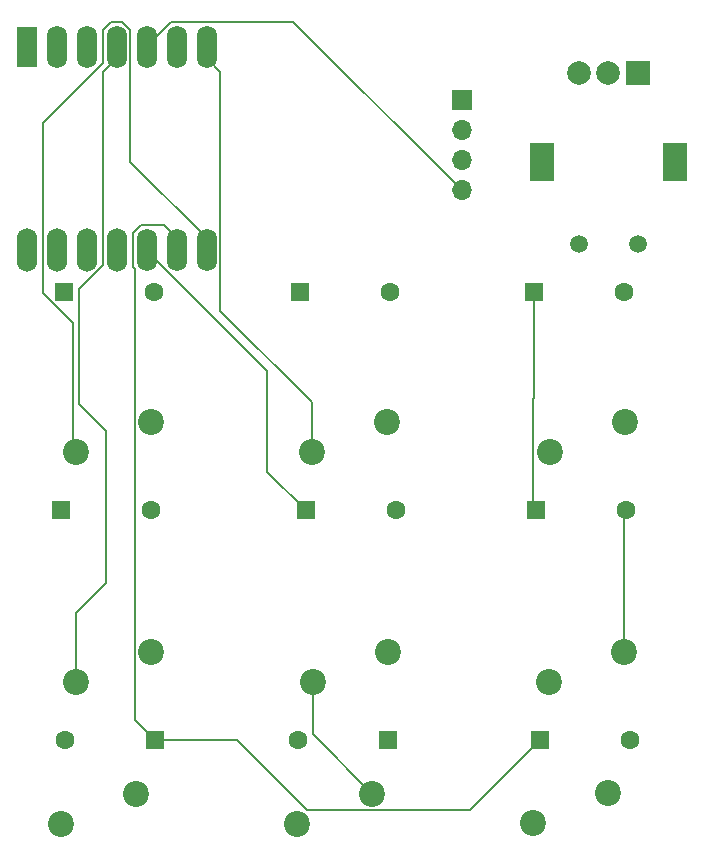
<source format=gbr>
%TF.GenerationSoftware,KiCad,Pcbnew,9.0.7*%
%TF.CreationDate,2026-02-17T23:39:54+08:00*%
%TF.ProjectId,MacroPad,4d616372-6f50-4616-942e-6b696361645f,rev?*%
%TF.SameCoordinates,Original*%
%TF.FileFunction,Copper,L2,Bot*%
%TF.FilePolarity,Positive*%
%FSLAX46Y46*%
G04 Gerber Fmt 4.6, Leading zero omitted, Abs format (unit mm)*
G04 Created by KiCad (PCBNEW 9.0.7) date 2026-02-17 23:39:54*
%MOMM*%
%LPD*%
G01*
G04 APERTURE LIST*
G04 Aperture macros list*
%AMRoundRect*
0 Rectangle with rounded corners*
0 $1 Rounding radius*
0 $2 $3 $4 $5 $6 $7 $8 $9 X,Y pos of 4 corners*
0 Add a 4 corners polygon primitive as box body*
4,1,4,$2,$3,$4,$5,$6,$7,$8,$9,$2,$3,0*
0 Add four circle primitives for the rounded corners*
1,1,$1+$1,$2,$3*
1,1,$1+$1,$4,$5*
1,1,$1+$1,$6,$7*
1,1,$1+$1,$8,$9*
0 Add four rect primitives between the rounded corners*
20,1,$1+$1,$2,$3,$4,$5,0*
20,1,$1+$1,$4,$5,$6,$7,0*
20,1,$1+$1,$6,$7,$8,$9,0*
20,1,$1+$1,$8,$9,$2,$3,0*%
G04 Aperture macros list end*
%TA.AperFunction,ComponentPad*%
%ADD10C,2.200000*%
%TD*%
%TA.AperFunction,ComponentPad*%
%ADD11C,1.500000*%
%TD*%
%TA.AperFunction,ComponentPad*%
%ADD12R,2.000000X2.000000*%
%TD*%
%TA.AperFunction,ComponentPad*%
%ADD13C,2.000000*%
%TD*%
%TA.AperFunction,ComponentPad*%
%ADD14R,2.000000X3.200000*%
%TD*%
%TA.AperFunction,ComponentPad*%
%ADD15R,1.700000X1.700000*%
%TD*%
%TA.AperFunction,ComponentPad*%
%ADD16O,1.700000X1.700000*%
%TD*%
%TA.AperFunction,ComponentPad*%
%ADD17RoundRect,0.250000X-0.550000X-0.550000X0.550000X-0.550000X0.550000X0.550000X-0.550000X0.550000X0*%
%TD*%
%TA.AperFunction,ComponentPad*%
%ADD18C,1.600000*%
%TD*%
%TA.AperFunction,ComponentPad*%
%ADD19RoundRect,0.250000X0.550000X0.550000X-0.550000X0.550000X-0.550000X-0.550000X0.550000X-0.550000X0*%
%TD*%
%TA.AperFunction,ComponentPad*%
%ADD20R,1.700000X3.500000*%
%TD*%
%TA.AperFunction,ComponentPad*%
%ADD21O,1.700000X3.600000*%
%TD*%
%TA.AperFunction,ComponentPad*%
%ADD22O,1.700000X3.700000*%
%TD*%
%TA.AperFunction,Conductor*%
%ADD23C,0.200000*%
%TD*%
G04 APERTURE END LIST*
D10*
%TO.P,SW6,1,1*%
%TO.N,Net-(U1-PB08_A6_D6_TX)*%
X111880000Y-80580000D03*
%TO.P,SW6,2,2*%
%TO.N,Net-(D6-A)*%
X118230000Y-78040000D03*
%TD*%
D11*
%TO.P,SW9,*%
%TO.N,*%
X139500000Y-63000000D03*
X134500000Y-63000000D03*
D12*
%TO.P,SW9,A,A*%
%TO.N,Net-(U1-PA4_A1_D1)*%
X139500000Y-48500000D03*
D13*
%TO.P,SW9,B,B*%
%TO.N,Net-(U1-PA02_A0_D0)*%
X134500000Y-48500000D03*
%TO.P,SW9,C,C*%
%TO.N,GND*%
X137000000Y-48500000D03*
D14*
%TO.P,SW9,MP*%
%TO.N,N/C*%
X142600000Y-56000000D03*
X131400000Y-56000000D03*
%TD*%
D10*
%TO.P,SW3,1,1*%
%TO.N,Net-(U1-PB09_A7_D7_RX)*%
X111960000Y-100080000D03*
%TO.P,SW3,2,2*%
%TO.N,Net-(D3-A)*%
X118310000Y-97540000D03*
%TD*%
%TO.P,SW1,1,1*%
%TO.N,Net-(U1-PA11_A3_D3)*%
X131960000Y-100080000D03*
%TO.P,SW1,2,2*%
%TO.N,Net-(D1-A)*%
X138310000Y-97540000D03*
%TD*%
%TO.P,SW7,1,1*%
%TO.N,Net-(U1-PB09_A7_D7_RX)*%
X91960000Y-80580000D03*
%TO.P,SW7,2,2*%
%TO.N,Net-(D7-A)*%
X98310000Y-78040000D03*
%TD*%
%TO.P,SW2,1,1*%
%TO.N,Net-(U1-PB08_A6_D6_TX)*%
X132040000Y-80580000D03*
%TO.P,SW2,2,2*%
%TO.N,Net-(D2-A)*%
X138390000Y-78040000D03*
%TD*%
%TO.P,SW10,1,1*%
%TO.N,Net-(U1-PA11_A3_D3)*%
X97000000Y-109500000D03*
%TO.P,SW10,2,2*%
%TO.N,Net-(D9-A)*%
X90650000Y-112040000D03*
%TD*%
%TO.P,SW8,1,1*%
%TO.N,Net-(U1-PB09_A7_D7_RX)*%
X117000000Y-109500000D03*
%TO.P,SW8,2,2*%
%TO.N,Net-(D8-A)*%
X110650000Y-112040000D03*
%TD*%
%TO.P,SW4,1,1*%
%TO.N,Net-(U1-PB08_A6_D6_TX)*%
X136960000Y-109420000D03*
%TO.P,SW4,2,2*%
%TO.N,Net-(D4-A)*%
X130610000Y-111960000D03*
%TD*%
D15*
%TO.P,Brd1,1,GND*%
%TO.N,GND*%
X124615000Y-50805000D03*
D16*
%TO.P,Brd1,2,VCC*%
%TO.N,VCC*%
X124615000Y-53345000D03*
%TO.P,Brd1,3,SCL*%
%TO.N,Net-(Brd1-SCL)*%
X124615000Y-55885000D03*
%TO.P,Brd1,4,SDA*%
%TO.N,Net-(Brd1-SDA)*%
X124615000Y-58425000D03*
%TD*%
D10*
%TO.P,SW5,1,1*%
%TO.N,Net-(U1-PA11_A3_D3)*%
X91960000Y-100080000D03*
%TO.P,SW5,2,2*%
%TO.N,Net-(D5-A)*%
X98310000Y-97540000D03*
%TD*%
D17*
%TO.P,D7,1,K*%
%TO.N,Net-(D5-K)*%
X110880000Y-67000000D03*
D18*
%TO.P,D7,2,A*%
%TO.N,Net-(D7-A)*%
X118500000Y-67000000D03*
%TD*%
D17*
%TO.P,D3,1,K*%
%TO.N,Net-(D1-K)*%
X111380000Y-85500000D03*
D18*
%TO.P,D3,2,A*%
%TO.N,Net-(D3-A)*%
X119000000Y-85500000D03*
%TD*%
D19*
%TO.P,D8,1,K*%
%TO.N,Net-(D4-K)*%
X118310000Y-105000000D03*
D18*
%TO.P,D8,2,A*%
%TO.N,Net-(D8-A)*%
X110690000Y-105000000D03*
%TD*%
D19*
%TO.P,D9,1,K*%
%TO.N,Net-(D4-K)*%
X98620000Y-105000000D03*
D18*
%TO.P,D9,2,A*%
%TO.N,Net-(D9-A)*%
X91000000Y-105000000D03*
%TD*%
D17*
%TO.P,D5,1,K*%
%TO.N,Net-(D5-K)*%
X90690000Y-85500000D03*
D18*
%TO.P,D5,2,A*%
%TO.N,Net-(D5-A)*%
X98310000Y-85500000D03*
%TD*%
D17*
%TO.P,D4,1,K*%
%TO.N,Net-(D4-K)*%
X131190000Y-105000000D03*
D18*
%TO.P,D4,2,A*%
%TO.N,Net-(D4-A)*%
X138810000Y-105000000D03*
%TD*%
D17*
%TO.P,D1,1,K*%
%TO.N,Net-(D1-K)*%
X130880000Y-85500000D03*
D18*
%TO.P,D1,2,A*%
%TO.N,Net-(D1-A)*%
X138500000Y-85500000D03*
%TD*%
D17*
%TO.P,D2,1,K*%
%TO.N,Net-(D1-K)*%
X130690000Y-67000000D03*
D18*
%TO.P,D2,2,A*%
%TO.N,Net-(D2-A)*%
X138310000Y-67000000D03*
%TD*%
D20*
%TO.P,U1,1,PA02_A0_D0*%
%TO.N,Net-(U1-PA02_A0_D0)*%
X87760000Y-46250000D03*
D21*
%TO.P,U1,2,PA4_A1_D1*%
%TO.N,Net-(U1-PA4_A1_D1)*%
X90300000Y-46250000D03*
%TO.P,U1,3,PA10_A2_D2*%
%TO.N,Net-(U1-PA10_A2_D2)*%
X92840000Y-46250000D03*
%TO.P,U1,4,PA11_A3_D3*%
%TO.N,Net-(U1-PA11_A3_D3)*%
X95380000Y-46250000D03*
%TO.P,U1,5,PA8_A4_D4_SDA*%
%TO.N,Net-(Brd1-SDA)*%
X97920000Y-46250000D03*
%TO.P,U1,6,PA9_A5_D5_SCL*%
%TO.N,Net-(Brd1-SCL)*%
X100460000Y-46250000D03*
%TO.P,U1,7,PB08_A6_D6_TX*%
%TO.N,Net-(U1-PB08_A6_D6_TX)*%
X103000000Y-46250000D03*
%TO.P,U1,8,PB09_A7_D7_RX*%
%TO.N,Net-(U1-PB09_A7_D7_RX)*%
X103000000Y-63500000D03*
%TO.P,U1,9,PA7_A8_D8_SCK*%
%TO.N,Net-(D4-K)*%
X100460000Y-63500000D03*
%TO.P,U1,10,PA5_A9_D9_MISO*%
%TO.N,Net-(D1-K)*%
X97920000Y-63500000D03*
D22*
%TO.P,U1,11,PA6_A10_D10_MOSI*%
%TO.N,Net-(D5-K)*%
X95380000Y-63500000D03*
%TO.P,U1,12,3V3*%
%TO.N,unconnected-(U1-3V3-Pad12)*%
X92840000Y-63500000D03*
%TO.P,U1,13,GND*%
%TO.N,GND*%
X90300000Y-63500000D03*
%TO.P,U1,14,5V*%
%TO.N,VCC*%
X87760000Y-63500000D03*
%TD*%
D17*
%TO.P,D6,1,K*%
%TO.N,Net-(D5-K)*%
X90880000Y-67000000D03*
D18*
%TO.P,D6,2,A*%
%TO.N,Net-(D6-A)*%
X98500000Y-67000000D03*
%TD*%
D23*
%TO.N,Net-(Brd1-SDA)*%
X110339000Y-44149000D02*
X99983240Y-44149000D01*
X99983240Y-44149000D02*
X97920000Y-46212240D01*
X97920000Y-46212240D02*
X97920000Y-47250000D01*
X124615000Y-58425000D02*
X110339000Y-44149000D01*
%TO.N,Net-(D1-A)*%
X138500000Y-85500000D02*
X138310000Y-85690000D01*
X138310000Y-85690000D02*
X138310000Y-97540000D01*
%TO.N,Net-(D1-K)*%
X111380000Y-85500000D02*
X108139000Y-82259000D01*
X130639000Y-85259000D02*
X130639000Y-76059470D01*
X130880000Y-85500000D02*
X130639000Y-85259000D01*
X97920000Y-63537760D02*
X97920000Y-62500000D01*
X130639000Y-76059470D02*
X130701000Y-75997470D01*
X130701000Y-75997470D02*
X130701000Y-67011000D01*
X108139000Y-73756760D02*
X97920000Y-63537760D01*
X108139000Y-82259000D02*
X108139000Y-73756760D01*
X130701000Y-67011000D02*
X130690000Y-67000000D01*
%TO.N,Net-(U1-PA11_A3_D3)*%
X94500000Y-78824816D02*
X92149000Y-76473816D01*
X94229000Y-48401000D02*
X95380000Y-47250000D01*
X91960000Y-100080000D02*
X91960000Y-94215184D01*
X92149000Y-66818760D02*
X94229000Y-64738760D01*
X94229000Y-64738760D02*
X94229000Y-48401000D01*
X91960000Y-94215184D02*
X94500000Y-91675184D01*
X94500000Y-91675184D02*
X94500000Y-78824816D01*
X92149000Y-76473816D02*
X92149000Y-66818760D01*
%TO.N,Net-(U1-PB08_A6_D6_TX)*%
X111880000Y-76341530D02*
X104151000Y-68612530D01*
X111880000Y-80580000D02*
X111880000Y-76341530D01*
X104151000Y-48401000D02*
X103000000Y-47250000D01*
X104151000Y-68612530D02*
X104151000Y-48401000D01*
%TO.N,Net-(U1-PB09_A7_D7_RX)*%
X95856760Y-44149000D02*
X96531000Y-44823240D01*
X91960000Y-80580000D02*
X91665160Y-80285160D01*
X111960000Y-104460000D02*
X111960000Y-100080000D01*
X94903240Y-44149000D02*
X95856760Y-44149000D01*
X94229000Y-44823240D02*
X94903240Y-44149000D01*
X96531000Y-56031000D02*
X103000000Y-62500000D01*
X89149000Y-52756760D02*
X94229000Y-47676760D01*
X91665160Y-69671320D02*
X89149000Y-67155160D01*
X117000000Y-109500000D02*
X111960000Y-104460000D01*
X89149000Y-67155160D02*
X89149000Y-52756760D01*
X91665160Y-80285160D02*
X91665160Y-69671320D01*
X94229000Y-47676760D02*
X94229000Y-44823240D01*
X96531000Y-44823240D02*
X96531000Y-56031000D01*
%TO.N,Net-(D4-K)*%
X105591314Y-105000000D02*
X98620000Y-105000000D01*
X96769000Y-64926760D02*
X96769000Y-62073240D01*
X97443240Y-61399000D02*
X99359000Y-61399000D01*
X125289000Y-110901000D02*
X111492314Y-110901000D01*
X96909000Y-65066760D02*
X96769000Y-64926760D01*
X111492314Y-110901000D02*
X105591314Y-105000000D01*
X96769000Y-62073240D02*
X97443240Y-61399000D01*
X96909000Y-103289000D02*
X96909000Y-65066760D01*
X98620000Y-105000000D02*
X96909000Y-103289000D01*
X131190000Y-105000000D02*
X125289000Y-110901000D01*
X99359000Y-61399000D02*
X100460000Y-62500000D01*
%TD*%
M02*

</source>
